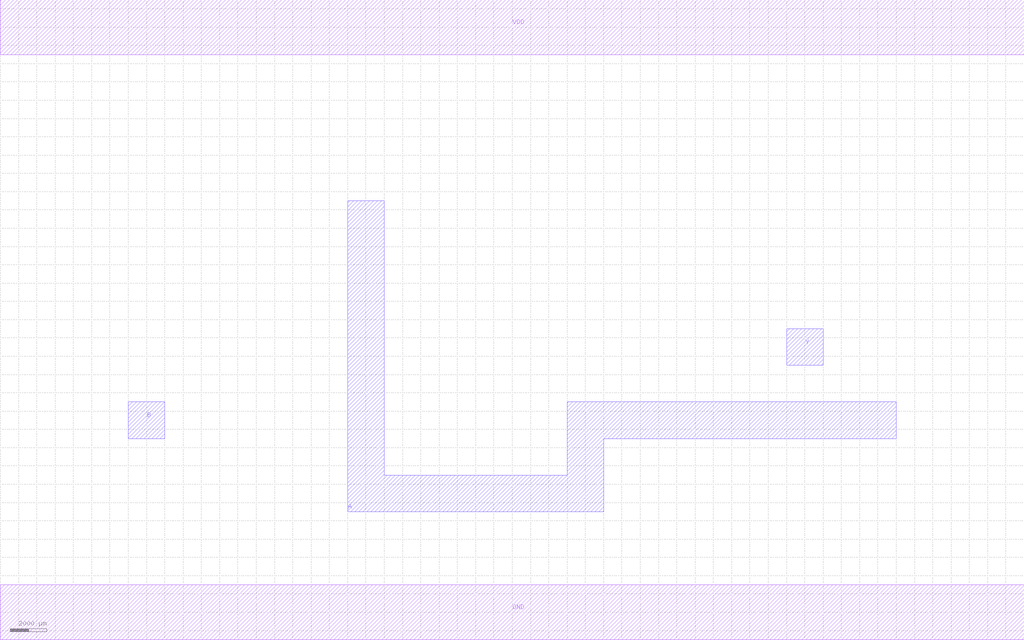
<source format=lef>
MACRO XNOR2X1
 CLASS CORE ;
 ORIGIN 0 0 ;
 FOREIGN XNOR2X1 0 0 ;
 SITE CORE ;
 SYMMETRY X Y R90 ;
  PIN VDD
   DIRECTION INOUT ;
   USE SIGNAL ;
   SHAPE ABUTMENT ;
    PORT
     CLASS CORE ;
       LAYER metal1 ;
        RECT 0.00000000 30500.00000000 56000.00000000 33500.00000000 ;
    END
  END VDD

  PIN GND
   DIRECTION INOUT ;
   USE SIGNAL ;
   SHAPE ABUTMENT ;
    PORT
     CLASS CORE ;
       LAYER metal1 ;
        RECT 0.00000000 -1500.00000000 56000.00000000 1500.00000000 ;
    END
  END GND

  PIN B
   DIRECTION INOUT ;
   USE SIGNAL ;
   SHAPE ABUTMENT ;
    PORT
     CLASS CORE ;
       LAYER metal2 ;
        RECT 7000.00000000 9500.00000000 9000.00000000 11500.00000000 ;
    END
  END B

  PIN A
   DIRECTION INOUT ;
   USE SIGNAL ;
   SHAPE ABUTMENT ;
    PORT
     CLASS CORE ;
       LAYER metal2 ;
        POLYGON 19000.00000000 5500.00000000 19000.00000000 22500.00000000 21000.00000000 22500.00000000 21000.00000000 7500.00000000 31000.00000000 7500.00000000 31000.00000000 11500.00000000 49000.00000000 11500.00000000 49000.00000000 9500.00000000 33000.00000000 9500.00000000 33000.00000000 5500.00000000 ;
    END
  END A

  PIN Y
   DIRECTION INOUT ;
   USE SIGNAL ;
   SHAPE ABUTMENT ;
    PORT
     CLASS CORE ;
       LAYER metal2 ;
        RECT 43000.00000000 13500.00000000 45000.00000000 15500.00000000 ;
    END
  END Y


END XNOR2X1

</source>
